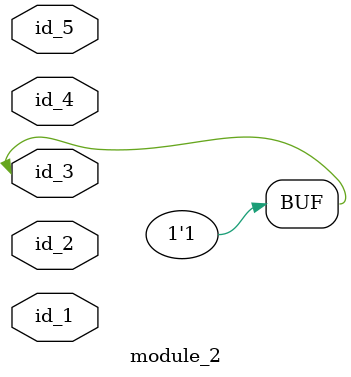
<source format=v>
module module_0 (
    id_1,
    id_2,
    id_3,
    id_4,
    id_5,
    id_6,
    id_7,
    id_8,
    id_9,
    id_10
);
  inout wire id_10;
  output wire id_9;
  inout wire id_8;
  inout wire id_7;
  input wire id_6;
  output wire id_5;
  output wire id_4;
  output wire id_3;
  output wire id_2;
  output wire id_1;
  assign id_1 = id_7;
  module_2 modCall_1 (
      id_7,
      id_8,
      id_10,
      id_10,
      id_6
  );
endmodule
module module_1 ();
  wire id_1;
  assign id_2 = id_2;
  module_0 modCall_1 (
      id_2,
      id_1,
      id_1,
      id_2,
      id_2,
      id_1,
      id_2,
      id_2,
      id_2,
      id_2
  );
endmodule
module module_2 (
    id_1,
    id_2,
    id_3,
    id_4,
    id_5
);
  input wire id_5;
  inout wire id_4;
  inout wire id_3;
  inout wire id_2;
  input wire id_1;
  assign id_3 = 1;
  wire id_6;
endmodule

</source>
